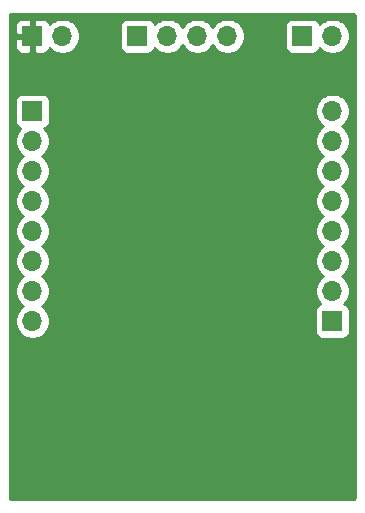
<source format=gbr>
%TF.GenerationSoftware,KiCad,Pcbnew,(5.1.6)-1*%
%TF.CreationDate,2021-04-07T17:56:13+02:00*%
%TF.ProjectId,port_expander,706f7274-5f65-4787-9061-6e6465722e6b,rev?*%
%TF.SameCoordinates,Original*%
%TF.FileFunction,Copper,L2,Bot*%
%TF.FilePolarity,Positive*%
%FSLAX46Y46*%
G04 Gerber Fmt 4.6, Leading zero omitted, Abs format (unit mm)*
G04 Created by KiCad (PCBNEW (5.1.6)-1) date 2021-04-07 17:56:13*
%MOMM*%
%LPD*%
G01*
G04 APERTURE LIST*
%TA.AperFunction,ComponentPad*%
%ADD10R,1.700000X1.700000*%
%TD*%
%TA.AperFunction,ComponentPad*%
%ADD11O,1.700000X1.700000*%
%TD*%
%TA.AperFunction,ViaPad*%
%ADD12C,0.800000*%
%TD*%
%TA.AperFunction,Conductor*%
%ADD13C,0.635000*%
%TD*%
%TA.AperFunction,Conductor*%
%ADD14C,0.254000*%
%TD*%
G04 APERTURE END LIST*
D10*
%TO.P,J1,1*%
%TO.N,gpa0*%
X139700000Y-72390000D03*
D11*
%TO.P,J1,2*%
%TO.N,gpa1*%
X139700000Y-69850000D03*
%TO.P,J1,3*%
%TO.N,gpa2*%
X139700000Y-67310000D03*
%TO.P,J1,4*%
%TO.N,gpa3*%
X139700000Y-64770000D03*
%TO.P,J1,5*%
%TO.N,gpa4*%
X139700000Y-62230000D03*
%TO.P,J1,6*%
%TO.N,gpa5*%
X139700000Y-59690000D03*
%TO.P,J1,7*%
%TO.N,gpa6*%
X139700000Y-57150000D03*
%TO.P,J1,8*%
%TO.N,gpa7*%
X139700000Y-54610000D03*
%TD*%
%TO.P,J2,8*%
%TO.N,gpb7*%
X114300000Y-72390000D03*
%TO.P,J2,7*%
%TO.N,gpb6*%
X114300000Y-69850000D03*
%TO.P,J2,6*%
%TO.N,gpb5*%
X114300000Y-67310000D03*
%TO.P,J2,5*%
%TO.N,gpb4*%
X114300000Y-64770000D03*
%TO.P,J2,4*%
%TO.N,gpb3*%
X114300000Y-62230000D03*
%TO.P,J2,3*%
%TO.N,gpb2*%
X114300000Y-59690000D03*
%TO.P,J2,2*%
%TO.N,gpb1*%
X114300000Y-57150000D03*
D10*
%TO.P,J2,1*%
%TO.N,gpb0*%
X114300000Y-54610000D03*
%TD*%
%TO.P,J3,1*%
%TO.N,intb*%
X137160000Y-48260000D03*
D11*
%TO.P,J3,2*%
%TO.N,inta*%
X139700000Y-48260000D03*
%TD*%
D10*
%TO.P,J4,1*%
%TO.N,~cs*%
X123190000Y-48260000D03*
D11*
%TO.P,J4,2*%
%TO.N,sck*%
X125730000Y-48260000D03*
%TO.P,J4,3*%
%TO.N,mosi*%
X128270000Y-48260000D03*
%TO.P,J4,4*%
%TO.N,miso*%
X130810000Y-48260000D03*
%TD*%
D10*
%TO.P,J5,1*%
%TO.N,+5V*%
X114300000Y-48260000D03*
D11*
%TO.P,J5,2*%
%TO.N,GND*%
X116840000Y-48260000D03*
%TD*%
D12*
%TO.N,+5V*%
X120650000Y-65786000D03*
X125095000Y-78105000D03*
X132080000Y-82169000D03*
X117602000Y-51308000D03*
%TD*%
D13*
%TO.N,+5V*%
X120650000Y-65786000D02*
X120650000Y-66421000D01*
X125095000Y-78105000D02*
X124206000Y-78105000D01*
X132080000Y-82169000D02*
X132080000Y-81280000D01*
X117602000Y-51308000D02*
X117094000Y-51308000D01*
X117094000Y-51308000D02*
X116586000Y-50800000D01*
%TD*%
D14*
%TO.N,+5V*%
G36*
X141497197Y-46385047D02*
G01*
X141515662Y-46390622D01*
X141532694Y-46399678D01*
X141547643Y-46411870D01*
X141559938Y-46426732D01*
X141569111Y-46443696D01*
X141574817Y-46462129D01*
X141580000Y-46511446D01*
X141580001Y-87343712D01*
X141574953Y-87395195D01*
X141569377Y-87413663D01*
X141560322Y-87430693D01*
X141548129Y-87445643D01*
X141533266Y-87457939D01*
X141516303Y-87467111D01*
X141497871Y-87472817D01*
X141448554Y-87478000D01*
X112554277Y-87478000D01*
X112502805Y-87472953D01*
X112484337Y-87467377D01*
X112467307Y-87458322D01*
X112452357Y-87446129D01*
X112440061Y-87431266D01*
X112430889Y-87414303D01*
X112425183Y-87395871D01*
X112420000Y-87346554D01*
X112420000Y-53760000D01*
X112811928Y-53760000D01*
X112811928Y-55460000D01*
X112824188Y-55584482D01*
X112860498Y-55704180D01*
X112919463Y-55814494D01*
X112998815Y-55911185D01*
X113095506Y-55990537D01*
X113205820Y-56049502D01*
X113278380Y-56071513D01*
X113146525Y-56203368D01*
X112984010Y-56446589D01*
X112872068Y-56716842D01*
X112815000Y-57003740D01*
X112815000Y-57296260D01*
X112872068Y-57583158D01*
X112984010Y-57853411D01*
X113146525Y-58096632D01*
X113353368Y-58303475D01*
X113527760Y-58420000D01*
X113353368Y-58536525D01*
X113146525Y-58743368D01*
X112984010Y-58986589D01*
X112872068Y-59256842D01*
X112815000Y-59543740D01*
X112815000Y-59836260D01*
X112872068Y-60123158D01*
X112984010Y-60393411D01*
X113146525Y-60636632D01*
X113353368Y-60843475D01*
X113527760Y-60960000D01*
X113353368Y-61076525D01*
X113146525Y-61283368D01*
X112984010Y-61526589D01*
X112872068Y-61796842D01*
X112815000Y-62083740D01*
X112815000Y-62376260D01*
X112872068Y-62663158D01*
X112984010Y-62933411D01*
X113146525Y-63176632D01*
X113353368Y-63383475D01*
X113527760Y-63500000D01*
X113353368Y-63616525D01*
X113146525Y-63823368D01*
X112984010Y-64066589D01*
X112872068Y-64336842D01*
X112815000Y-64623740D01*
X112815000Y-64916260D01*
X112872068Y-65203158D01*
X112984010Y-65473411D01*
X113146525Y-65716632D01*
X113353368Y-65923475D01*
X113527760Y-66040000D01*
X113353368Y-66156525D01*
X113146525Y-66363368D01*
X112984010Y-66606589D01*
X112872068Y-66876842D01*
X112815000Y-67163740D01*
X112815000Y-67456260D01*
X112872068Y-67743158D01*
X112984010Y-68013411D01*
X113146525Y-68256632D01*
X113353368Y-68463475D01*
X113527760Y-68580000D01*
X113353368Y-68696525D01*
X113146525Y-68903368D01*
X112984010Y-69146589D01*
X112872068Y-69416842D01*
X112815000Y-69703740D01*
X112815000Y-69996260D01*
X112872068Y-70283158D01*
X112984010Y-70553411D01*
X113146525Y-70796632D01*
X113353368Y-71003475D01*
X113527760Y-71120000D01*
X113353368Y-71236525D01*
X113146525Y-71443368D01*
X112984010Y-71686589D01*
X112872068Y-71956842D01*
X112815000Y-72243740D01*
X112815000Y-72536260D01*
X112872068Y-72823158D01*
X112984010Y-73093411D01*
X113146525Y-73336632D01*
X113353368Y-73543475D01*
X113596589Y-73705990D01*
X113866842Y-73817932D01*
X114153740Y-73875000D01*
X114446260Y-73875000D01*
X114733158Y-73817932D01*
X115003411Y-73705990D01*
X115246632Y-73543475D01*
X115453475Y-73336632D01*
X115615990Y-73093411D01*
X115727932Y-72823158D01*
X115785000Y-72536260D01*
X115785000Y-72243740D01*
X115727932Y-71956842D01*
X115615990Y-71686589D01*
X115518043Y-71540000D01*
X138211928Y-71540000D01*
X138211928Y-73240000D01*
X138224188Y-73364482D01*
X138260498Y-73484180D01*
X138319463Y-73594494D01*
X138398815Y-73691185D01*
X138495506Y-73770537D01*
X138605820Y-73829502D01*
X138725518Y-73865812D01*
X138850000Y-73878072D01*
X140550000Y-73878072D01*
X140674482Y-73865812D01*
X140794180Y-73829502D01*
X140904494Y-73770537D01*
X141001185Y-73691185D01*
X141080537Y-73594494D01*
X141139502Y-73484180D01*
X141175812Y-73364482D01*
X141188072Y-73240000D01*
X141188072Y-71540000D01*
X141175812Y-71415518D01*
X141139502Y-71295820D01*
X141080537Y-71185506D01*
X141001185Y-71088815D01*
X140904494Y-71009463D01*
X140794180Y-70950498D01*
X140721620Y-70928487D01*
X140853475Y-70796632D01*
X141015990Y-70553411D01*
X141127932Y-70283158D01*
X141185000Y-69996260D01*
X141185000Y-69703740D01*
X141127932Y-69416842D01*
X141015990Y-69146589D01*
X140853475Y-68903368D01*
X140646632Y-68696525D01*
X140472240Y-68580000D01*
X140646632Y-68463475D01*
X140853475Y-68256632D01*
X141015990Y-68013411D01*
X141127932Y-67743158D01*
X141185000Y-67456260D01*
X141185000Y-67163740D01*
X141127932Y-66876842D01*
X141015990Y-66606589D01*
X140853475Y-66363368D01*
X140646632Y-66156525D01*
X140472240Y-66040000D01*
X140646632Y-65923475D01*
X140853475Y-65716632D01*
X141015990Y-65473411D01*
X141127932Y-65203158D01*
X141185000Y-64916260D01*
X141185000Y-64623740D01*
X141127932Y-64336842D01*
X141015990Y-64066589D01*
X140853475Y-63823368D01*
X140646632Y-63616525D01*
X140472240Y-63500000D01*
X140646632Y-63383475D01*
X140853475Y-63176632D01*
X141015990Y-62933411D01*
X141127932Y-62663158D01*
X141185000Y-62376260D01*
X141185000Y-62083740D01*
X141127932Y-61796842D01*
X141015990Y-61526589D01*
X140853475Y-61283368D01*
X140646632Y-61076525D01*
X140472240Y-60960000D01*
X140646632Y-60843475D01*
X140853475Y-60636632D01*
X141015990Y-60393411D01*
X141127932Y-60123158D01*
X141185000Y-59836260D01*
X141185000Y-59543740D01*
X141127932Y-59256842D01*
X141015990Y-58986589D01*
X140853475Y-58743368D01*
X140646632Y-58536525D01*
X140472240Y-58420000D01*
X140646632Y-58303475D01*
X140853475Y-58096632D01*
X141015990Y-57853411D01*
X141127932Y-57583158D01*
X141185000Y-57296260D01*
X141185000Y-57003740D01*
X141127932Y-56716842D01*
X141015990Y-56446589D01*
X140853475Y-56203368D01*
X140646632Y-55996525D01*
X140472240Y-55880000D01*
X140646632Y-55763475D01*
X140853475Y-55556632D01*
X141015990Y-55313411D01*
X141127932Y-55043158D01*
X141185000Y-54756260D01*
X141185000Y-54463740D01*
X141127932Y-54176842D01*
X141015990Y-53906589D01*
X140853475Y-53663368D01*
X140646632Y-53456525D01*
X140403411Y-53294010D01*
X140133158Y-53182068D01*
X139846260Y-53125000D01*
X139553740Y-53125000D01*
X139266842Y-53182068D01*
X138996589Y-53294010D01*
X138753368Y-53456525D01*
X138546525Y-53663368D01*
X138384010Y-53906589D01*
X138272068Y-54176842D01*
X138215000Y-54463740D01*
X138215000Y-54756260D01*
X138272068Y-55043158D01*
X138384010Y-55313411D01*
X138546525Y-55556632D01*
X138753368Y-55763475D01*
X138927760Y-55880000D01*
X138753368Y-55996525D01*
X138546525Y-56203368D01*
X138384010Y-56446589D01*
X138272068Y-56716842D01*
X138215000Y-57003740D01*
X138215000Y-57296260D01*
X138272068Y-57583158D01*
X138384010Y-57853411D01*
X138546525Y-58096632D01*
X138753368Y-58303475D01*
X138927760Y-58420000D01*
X138753368Y-58536525D01*
X138546525Y-58743368D01*
X138384010Y-58986589D01*
X138272068Y-59256842D01*
X138215000Y-59543740D01*
X138215000Y-59836260D01*
X138272068Y-60123158D01*
X138384010Y-60393411D01*
X138546525Y-60636632D01*
X138753368Y-60843475D01*
X138927760Y-60960000D01*
X138753368Y-61076525D01*
X138546525Y-61283368D01*
X138384010Y-61526589D01*
X138272068Y-61796842D01*
X138215000Y-62083740D01*
X138215000Y-62376260D01*
X138272068Y-62663158D01*
X138384010Y-62933411D01*
X138546525Y-63176632D01*
X138753368Y-63383475D01*
X138927760Y-63500000D01*
X138753368Y-63616525D01*
X138546525Y-63823368D01*
X138384010Y-64066589D01*
X138272068Y-64336842D01*
X138215000Y-64623740D01*
X138215000Y-64916260D01*
X138272068Y-65203158D01*
X138384010Y-65473411D01*
X138546525Y-65716632D01*
X138753368Y-65923475D01*
X138927760Y-66040000D01*
X138753368Y-66156525D01*
X138546525Y-66363368D01*
X138384010Y-66606589D01*
X138272068Y-66876842D01*
X138215000Y-67163740D01*
X138215000Y-67456260D01*
X138272068Y-67743158D01*
X138384010Y-68013411D01*
X138546525Y-68256632D01*
X138753368Y-68463475D01*
X138927760Y-68580000D01*
X138753368Y-68696525D01*
X138546525Y-68903368D01*
X138384010Y-69146589D01*
X138272068Y-69416842D01*
X138215000Y-69703740D01*
X138215000Y-69996260D01*
X138272068Y-70283158D01*
X138384010Y-70553411D01*
X138546525Y-70796632D01*
X138678380Y-70928487D01*
X138605820Y-70950498D01*
X138495506Y-71009463D01*
X138398815Y-71088815D01*
X138319463Y-71185506D01*
X138260498Y-71295820D01*
X138224188Y-71415518D01*
X138211928Y-71540000D01*
X115518043Y-71540000D01*
X115453475Y-71443368D01*
X115246632Y-71236525D01*
X115072240Y-71120000D01*
X115246632Y-71003475D01*
X115453475Y-70796632D01*
X115615990Y-70553411D01*
X115727932Y-70283158D01*
X115785000Y-69996260D01*
X115785000Y-69703740D01*
X115727932Y-69416842D01*
X115615990Y-69146589D01*
X115453475Y-68903368D01*
X115246632Y-68696525D01*
X115072240Y-68580000D01*
X115246632Y-68463475D01*
X115453475Y-68256632D01*
X115615990Y-68013411D01*
X115727932Y-67743158D01*
X115785000Y-67456260D01*
X115785000Y-67163740D01*
X115727932Y-66876842D01*
X115615990Y-66606589D01*
X115453475Y-66363368D01*
X115246632Y-66156525D01*
X115072240Y-66040000D01*
X115246632Y-65923475D01*
X115453475Y-65716632D01*
X115615990Y-65473411D01*
X115727932Y-65203158D01*
X115785000Y-64916260D01*
X115785000Y-64623740D01*
X115727932Y-64336842D01*
X115615990Y-64066589D01*
X115453475Y-63823368D01*
X115246632Y-63616525D01*
X115072240Y-63500000D01*
X115246632Y-63383475D01*
X115453475Y-63176632D01*
X115615990Y-62933411D01*
X115727932Y-62663158D01*
X115785000Y-62376260D01*
X115785000Y-62083740D01*
X115727932Y-61796842D01*
X115615990Y-61526589D01*
X115453475Y-61283368D01*
X115246632Y-61076525D01*
X115072240Y-60960000D01*
X115246632Y-60843475D01*
X115453475Y-60636632D01*
X115615990Y-60393411D01*
X115727932Y-60123158D01*
X115785000Y-59836260D01*
X115785000Y-59543740D01*
X115727932Y-59256842D01*
X115615990Y-58986589D01*
X115453475Y-58743368D01*
X115246632Y-58536525D01*
X115072240Y-58420000D01*
X115246632Y-58303475D01*
X115453475Y-58096632D01*
X115615990Y-57853411D01*
X115727932Y-57583158D01*
X115785000Y-57296260D01*
X115785000Y-57003740D01*
X115727932Y-56716842D01*
X115615990Y-56446589D01*
X115453475Y-56203368D01*
X115321620Y-56071513D01*
X115394180Y-56049502D01*
X115504494Y-55990537D01*
X115601185Y-55911185D01*
X115680537Y-55814494D01*
X115739502Y-55704180D01*
X115775812Y-55584482D01*
X115788072Y-55460000D01*
X115788072Y-53760000D01*
X115775812Y-53635518D01*
X115739502Y-53515820D01*
X115680537Y-53405506D01*
X115601185Y-53308815D01*
X115504494Y-53229463D01*
X115394180Y-53170498D01*
X115274482Y-53134188D01*
X115150000Y-53121928D01*
X113450000Y-53121928D01*
X113325518Y-53134188D01*
X113205820Y-53170498D01*
X113095506Y-53229463D01*
X112998815Y-53308815D01*
X112919463Y-53405506D01*
X112860498Y-53515820D01*
X112824188Y-53635518D01*
X112811928Y-53760000D01*
X112420000Y-53760000D01*
X112420000Y-49110000D01*
X112811928Y-49110000D01*
X112824188Y-49234482D01*
X112860498Y-49354180D01*
X112919463Y-49464494D01*
X112998815Y-49561185D01*
X113095506Y-49640537D01*
X113205820Y-49699502D01*
X113325518Y-49735812D01*
X113450000Y-49748072D01*
X114014250Y-49745000D01*
X114173000Y-49586250D01*
X114173000Y-48387000D01*
X112973750Y-48387000D01*
X112815000Y-48545750D01*
X112811928Y-49110000D01*
X112420000Y-49110000D01*
X112420000Y-47410000D01*
X112811928Y-47410000D01*
X112815000Y-47974250D01*
X112973750Y-48133000D01*
X114173000Y-48133000D01*
X114173000Y-46933750D01*
X114427000Y-46933750D01*
X114427000Y-48133000D01*
X114447000Y-48133000D01*
X114447000Y-48387000D01*
X114427000Y-48387000D01*
X114427000Y-49586250D01*
X114585750Y-49745000D01*
X115150000Y-49748072D01*
X115274482Y-49735812D01*
X115394180Y-49699502D01*
X115504494Y-49640537D01*
X115601185Y-49561185D01*
X115680537Y-49464494D01*
X115739502Y-49354180D01*
X115761513Y-49281620D01*
X115893368Y-49413475D01*
X116136589Y-49575990D01*
X116406842Y-49687932D01*
X116693740Y-49745000D01*
X116986260Y-49745000D01*
X117273158Y-49687932D01*
X117543411Y-49575990D01*
X117786632Y-49413475D01*
X117993475Y-49206632D01*
X118155990Y-48963411D01*
X118267932Y-48693158D01*
X118325000Y-48406260D01*
X118325000Y-48113740D01*
X118267932Y-47826842D01*
X118155990Y-47556589D01*
X118058043Y-47410000D01*
X121701928Y-47410000D01*
X121701928Y-49110000D01*
X121714188Y-49234482D01*
X121750498Y-49354180D01*
X121809463Y-49464494D01*
X121888815Y-49561185D01*
X121985506Y-49640537D01*
X122095820Y-49699502D01*
X122215518Y-49735812D01*
X122340000Y-49748072D01*
X124040000Y-49748072D01*
X124164482Y-49735812D01*
X124284180Y-49699502D01*
X124394494Y-49640537D01*
X124491185Y-49561185D01*
X124570537Y-49464494D01*
X124629502Y-49354180D01*
X124651513Y-49281620D01*
X124783368Y-49413475D01*
X125026589Y-49575990D01*
X125296842Y-49687932D01*
X125583740Y-49745000D01*
X125876260Y-49745000D01*
X126163158Y-49687932D01*
X126433411Y-49575990D01*
X126676632Y-49413475D01*
X126883475Y-49206632D01*
X127000000Y-49032240D01*
X127116525Y-49206632D01*
X127323368Y-49413475D01*
X127566589Y-49575990D01*
X127836842Y-49687932D01*
X128123740Y-49745000D01*
X128416260Y-49745000D01*
X128703158Y-49687932D01*
X128973411Y-49575990D01*
X129216632Y-49413475D01*
X129423475Y-49206632D01*
X129540000Y-49032240D01*
X129656525Y-49206632D01*
X129863368Y-49413475D01*
X130106589Y-49575990D01*
X130376842Y-49687932D01*
X130663740Y-49745000D01*
X130956260Y-49745000D01*
X131243158Y-49687932D01*
X131513411Y-49575990D01*
X131756632Y-49413475D01*
X131963475Y-49206632D01*
X132125990Y-48963411D01*
X132237932Y-48693158D01*
X132295000Y-48406260D01*
X132295000Y-48113740D01*
X132237932Y-47826842D01*
X132125990Y-47556589D01*
X132028043Y-47410000D01*
X135671928Y-47410000D01*
X135671928Y-49110000D01*
X135684188Y-49234482D01*
X135720498Y-49354180D01*
X135779463Y-49464494D01*
X135858815Y-49561185D01*
X135955506Y-49640537D01*
X136065820Y-49699502D01*
X136185518Y-49735812D01*
X136310000Y-49748072D01*
X138010000Y-49748072D01*
X138134482Y-49735812D01*
X138254180Y-49699502D01*
X138364494Y-49640537D01*
X138461185Y-49561185D01*
X138540537Y-49464494D01*
X138599502Y-49354180D01*
X138621513Y-49281620D01*
X138753368Y-49413475D01*
X138996589Y-49575990D01*
X139266842Y-49687932D01*
X139553740Y-49745000D01*
X139846260Y-49745000D01*
X140133158Y-49687932D01*
X140403411Y-49575990D01*
X140646632Y-49413475D01*
X140853475Y-49206632D01*
X141015990Y-48963411D01*
X141127932Y-48693158D01*
X141185000Y-48406260D01*
X141185000Y-48113740D01*
X141127932Y-47826842D01*
X141015990Y-47556589D01*
X140853475Y-47313368D01*
X140646632Y-47106525D01*
X140403411Y-46944010D01*
X140133158Y-46832068D01*
X139846260Y-46775000D01*
X139553740Y-46775000D01*
X139266842Y-46832068D01*
X138996589Y-46944010D01*
X138753368Y-47106525D01*
X138621513Y-47238380D01*
X138599502Y-47165820D01*
X138540537Y-47055506D01*
X138461185Y-46958815D01*
X138364494Y-46879463D01*
X138254180Y-46820498D01*
X138134482Y-46784188D01*
X138010000Y-46771928D01*
X136310000Y-46771928D01*
X136185518Y-46784188D01*
X136065820Y-46820498D01*
X135955506Y-46879463D01*
X135858815Y-46958815D01*
X135779463Y-47055506D01*
X135720498Y-47165820D01*
X135684188Y-47285518D01*
X135671928Y-47410000D01*
X132028043Y-47410000D01*
X131963475Y-47313368D01*
X131756632Y-47106525D01*
X131513411Y-46944010D01*
X131243158Y-46832068D01*
X130956260Y-46775000D01*
X130663740Y-46775000D01*
X130376842Y-46832068D01*
X130106589Y-46944010D01*
X129863368Y-47106525D01*
X129656525Y-47313368D01*
X129540000Y-47487760D01*
X129423475Y-47313368D01*
X129216632Y-47106525D01*
X128973411Y-46944010D01*
X128703158Y-46832068D01*
X128416260Y-46775000D01*
X128123740Y-46775000D01*
X127836842Y-46832068D01*
X127566589Y-46944010D01*
X127323368Y-47106525D01*
X127116525Y-47313368D01*
X127000000Y-47487760D01*
X126883475Y-47313368D01*
X126676632Y-47106525D01*
X126433411Y-46944010D01*
X126163158Y-46832068D01*
X125876260Y-46775000D01*
X125583740Y-46775000D01*
X125296842Y-46832068D01*
X125026589Y-46944010D01*
X124783368Y-47106525D01*
X124651513Y-47238380D01*
X124629502Y-47165820D01*
X124570537Y-47055506D01*
X124491185Y-46958815D01*
X124394494Y-46879463D01*
X124284180Y-46820498D01*
X124164482Y-46784188D01*
X124040000Y-46771928D01*
X122340000Y-46771928D01*
X122215518Y-46784188D01*
X122095820Y-46820498D01*
X121985506Y-46879463D01*
X121888815Y-46958815D01*
X121809463Y-47055506D01*
X121750498Y-47165820D01*
X121714188Y-47285518D01*
X121701928Y-47410000D01*
X118058043Y-47410000D01*
X117993475Y-47313368D01*
X117786632Y-47106525D01*
X117543411Y-46944010D01*
X117273158Y-46832068D01*
X116986260Y-46775000D01*
X116693740Y-46775000D01*
X116406842Y-46832068D01*
X116136589Y-46944010D01*
X115893368Y-47106525D01*
X115761513Y-47238380D01*
X115739502Y-47165820D01*
X115680537Y-47055506D01*
X115601185Y-46958815D01*
X115504494Y-46879463D01*
X115394180Y-46820498D01*
X115274482Y-46784188D01*
X115150000Y-46771928D01*
X114585750Y-46775000D01*
X114427000Y-46933750D01*
X114173000Y-46933750D01*
X114014250Y-46775000D01*
X113450000Y-46771928D01*
X113325518Y-46784188D01*
X113205820Y-46820498D01*
X113095506Y-46879463D01*
X112998815Y-46958815D01*
X112919463Y-47055506D01*
X112860498Y-47165820D01*
X112824188Y-47285518D01*
X112811928Y-47410000D01*
X112420000Y-47410000D01*
X112420000Y-46514277D01*
X112425047Y-46462803D01*
X112430622Y-46444338D01*
X112439678Y-46427306D01*
X112451870Y-46412357D01*
X112466732Y-46400062D01*
X112483696Y-46390889D01*
X112502129Y-46385183D01*
X112551446Y-46380000D01*
X141445723Y-46380000D01*
X141497197Y-46385047D01*
G37*
X141497197Y-46385047D02*
X141515662Y-46390622D01*
X141532694Y-46399678D01*
X141547643Y-46411870D01*
X141559938Y-46426732D01*
X141569111Y-46443696D01*
X141574817Y-46462129D01*
X141580000Y-46511446D01*
X141580001Y-87343712D01*
X141574953Y-87395195D01*
X141569377Y-87413663D01*
X141560322Y-87430693D01*
X141548129Y-87445643D01*
X141533266Y-87457939D01*
X141516303Y-87467111D01*
X141497871Y-87472817D01*
X141448554Y-87478000D01*
X112554277Y-87478000D01*
X112502805Y-87472953D01*
X112484337Y-87467377D01*
X112467307Y-87458322D01*
X112452357Y-87446129D01*
X112440061Y-87431266D01*
X112430889Y-87414303D01*
X112425183Y-87395871D01*
X112420000Y-87346554D01*
X112420000Y-53760000D01*
X112811928Y-53760000D01*
X112811928Y-55460000D01*
X112824188Y-55584482D01*
X112860498Y-55704180D01*
X112919463Y-55814494D01*
X112998815Y-55911185D01*
X113095506Y-55990537D01*
X113205820Y-56049502D01*
X113278380Y-56071513D01*
X113146525Y-56203368D01*
X112984010Y-56446589D01*
X112872068Y-56716842D01*
X112815000Y-57003740D01*
X112815000Y-57296260D01*
X112872068Y-57583158D01*
X112984010Y-57853411D01*
X113146525Y-58096632D01*
X113353368Y-58303475D01*
X113527760Y-58420000D01*
X113353368Y-58536525D01*
X113146525Y-58743368D01*
X112984010Y-58986589D01*
X112872068Y-59256842D01*
X112815000Y-59543740D01*
X112815000Y-59836260D01*
X112872068Y-60123158D01*
X112984010Y-60393411D01*
X113146525Y-60636632D01*
X113353368Y-60843475D01*
X113527760Y-60960000D01*
X113353368Y-61076525D01*
X113146525Y-61283368D01*
X112984010Y-61526589D01*
X112872068Y-61796842D01*
X112815000Y-62083740D01*
X112815000Y-62376260D01*
X112872068Y-62663158D01*
X112984010Y-62933411D01*
X113146525Y-63176632D01*
X113353368Y-63383475D01*
X113527760Y-63500000D01*
X113353368Y-63616525D01*
X113146525Y-63823368D01*
X112984010Y-64066589D01*
X112872068Y-64336842D01*
X112815000Y-64623740D01*
X112815000Y-64916260D01*
X112872068Y-65203158D01*
X112984010Y-65473411D01*
X113146525Y-65716632D01*
X113353368Y-65923475D01*
X113527760Y-66040000D01*
X113353368Y-66156525D01*
X113146525Y-66363368D01*
X112984010Y-66606589D01*
X112872068Y-66876842D01*
X112815000Y-67163740D01*
X112815000Y-67456260D01*
X112872068Y-67743158D01*
X112984010Y-68013411D01*
X113146525Y-68256632D01*
X113353368Y-68463475D01*
X113527760Y-68580000D01*
X113353368Y-68696525D01*
X113146525Y-68903368D01*
X112984010Y-69146589D01*
X112872068Y-69416842D01*
X112815000Y-69703740D01*
X112815000Y-69996260D01*
X112872068Y-70283158D01*
X112984010Y-70553411D01*
X113146525Y-70796632D01*
X113353368Y-71003475D01*
X113527760Y-71120000D01*
X113353368Y-71236525D01*
X113146525Y-71443368D01*
X112984010Y-71686589D01*
X112872068Y-71956842D01*
X112815000Y-72243740D01*
X112815000Y-72536260D01*
X112872068Y-72823158D01*
X112984010Y-73093411D01*
X113146525Y-73336632D01*
X113353368Y-73543475D01*
X113596589Y-73705990D01*
X113866842Y-73817932D01*
X114153740Y-73875000D01*
X114446260Y-73875000D01*
X114733158Y-73817932D01*
X115003411Y-73705990D01*
X115246632Y-73543475D01*
X115453475Y-73336632D01*
X115615990Y-73093411D01*
X115727932Y-72823158D01*
X115785000Y-72536260D01*
X115785000Y-72243740D01*
X115727932Y-71956842D01*
X115615990Y-71686589D01*
X115518043Y-71540000D01*
X138211928Y-71540000D01*
X138211928Y-73240000D01*
X138224188Y-73364482D01*
X138260498Y-73484180D01*
X138319463Y-73594494D01*
X138398815Y-73691185D01*
X138495506Y-73770537D01*
X138605820Y-73829502D01*
X138725518Y-73865812D01*
X138850000Y-73878072D01*
X140550000Y-73878072D01*
X140674482Y-73865812D01*
X140794180Y-73829502D01*
X140904494Y-73770537D01*
X141001185Y-73691185D01*
X141080537Y-73594494D01*
X141139502Y-73484180D01*
X141175812Y-73364482D01*
X141188072Y-73240000D01*
X141188072Y-71540000D01*
X141175812Y-71415518D01*
X141139502Y-71295820D01*
X141080537Y-71185506D01*
X141001185Y-71088815D01*
X140904494Y-71009463D01*
X140794180Y-70950498D01*
X140721620Y-70928487D01*
X140853475Y-70796632D01*
X141015990Y-70553411D01*
X141127932Y-70283158D01*
X141185000Y-69996260D01*
X141185000Y-69703740D01*
X141127932Y-69416842D01*
X141015990Y-69146589D01*
X140853475Y-68903368D01*
X140646632Y-68696525D01*
X140472240Y-68580000D01*
X140646632Y-68463475D01*
X140853475Y-68256632D01*
X141015990Y-68013411D01*
X141127932Y-67743158D01*
X141185000Y-67456260D01*
X141185000Y-67163740D01*
X141127932Y-66876842D01*
X141015990Y-66606589D01*
X140853475Y-66363368D01*
X140646632Y-66156525D01*
X140472240Y-66040000D01*
X140646632Y-65923475D01*
X140853475Y-65716632D01*
X141015990Y-65473411D01*
X141127932Y-65203158D01*
X141185000Y-64916260D01*
X141185000Y-64623740D01*
X141127932Y-64336842D01*
X141015990Y-64066589D01*
X140853475Y-63823368D01*
X140646632Y-63616525D01*
X140472240Y-63500000D01*
X140646632Y-63383475D01*
X140853475Y-63176632D01*
X141015990Y-62933411D01*
X141127932Y-62663158D01*
X141185000Y-62376260D01*
X141185000Y-62083740D01*
X141127932Y-61796842D01*
X141015990Y-61526589D01*
X140853475Y-61283368D01*
X140646632Y-61076525D01*
X140472240Y-60960000D01*
X140646632Y-60843475D01*
X140853475Y-60636632D01*
X141015990Y-60393411D01*
X141127932Y-60123158D01*
X141185000Y-59836260D01*
X141185000Y-59543740D01*
X141127932Y-59256842D01*
X141015990Y-58986589D01*
X140853475Y-58743368D01*
X140646632Y-58536525D01*
X140472240Y-58420000D01*
X140646632Y-58303475D01*
X140853475Y-58096632D01*
X141015990Y-57853411D01*
X141127932Y-57583158D01*
X141185000Y-57296260D01*
X141185000Y-57003740D01*
X141127932Y-56716842D01*
X141015990Y-56446589D01*
X140853475Y-56203368D01*
X140646632Y-55996525D01*
X140472240Y-55880000D01*
X140646632Y-55763475D01*
X140853475Y-55556632D01*
X141015990Y-55313411D01*
X141127932Y-55043158D01*
X141185000Y-54756260D01*
X141185000Y-54463740D01*
X141127932Y-54176842D01*
X141015990Y-53906589D01*
X140853475Y-53663368D01*
X140646632Y-53456525D01*
X140403411Y-53294010D01*
X140133158Y-53182068D01*
X139846260Y-53125000D01*
X139553740Y-53125000D01*
X139266842Y-53182068D01*
X138996589Y-53294010D01*
X138753368Y-53456525D01*
X138546525Y-53663368D01*
X138384010Y-53906589D01*
X138272068Y-54176842D01*
X138215000Y-54463740D01*
X138215000Y-54756260D01*
X138272068Y-55043158D01*
X138384010Y-55313411D01*
X138546525Y-55556632D01*
X138753368Y-55763475D01*
X138927760Y-55880000D01*
X138753368Y-55996525D01*
X138546525Y-56203368D01*
X138384010Y-56446589D01*
X138272068Y-56716842D01*
X138215000Y-57003740D01*
X138215000Y-57296260D01*
X138272068Y-57583158D01*
X138384010Y-57853411D01*
X138546525Y-58096632D01*
X138753368Y-58303475D01*
X138927760Y-58420000D01*
X138753368Y-58536525D01*
X138546525Y-58743368D01*
X138384010Y-58986589D01*
X138272068Y-59256842D01*
X138215000Y-59543740D01*
X138215000Y-59836260D01*
X138272068Y-60123158D01*
X138384010Y-60393411D01*
X138546525Y-60636632D01*
X138753368Y-60843475D01*
X138927760Y-60960000D01*
X138753368Y-61076525D01*
X138546525Y-61283368D01*
X138384010Y-61526589D01*
X138272068Y-61796842D01*
X138215000Y-62083740D01*
X138215000Y-62376260D01*
X138272068Y-62663158D01*
X138384010Y-62933411D01*
X138546525Y-63176632D01*
X138753368Y-63383475D01*
X138927760Y-63500000D01*
X138753368Y-63616525D01*
X138546525Y-63823368D01*
X138384010Y-64066589D01*
X138272068Y-64336842D01*
X138215000Y-64623740D01*
X138215000Y-64916260D01*
X138272068Y-65203158D01*
X138384010Y-65473411D01*
X138546525Y-65716632D01*
X138753368Y-65923475D01*
X138927760Y-66040000D01*
X138753368Y-66156525D01*
X138546525Y-66363368D01*
X138384010Y-66606589D01*
X138272068Y-66876842D01*
X138215000Y-67163740D01*
X138215000Y-67456260D01*
X138272068Y-67743158D01*
X138384010Y-68013411D01*
X138546525Y-68256632D01*
X138753368Y-68463475D01*
X138927760Y-68580000D01*
X138753368Y-68696525D01*
X138546525Y-68903368D01*
X138384010Y-69146589D01*
X138272068Y-69416842D01*
X138215000Y-69703740D01*
X138215000Y-69996260D01*
X138272068Y-70283158D01*
X138384010Y-70553411D01*
X138546525Y-70796632D01*
X138678380Y-70928487D01*
X138605820Y-70950498D01*
X138495506Y-71009463D01*
X138398815Y-71088815D01*
X138319463Y-71185506D01*
X138260498Y-71295820D01*
X138224188Y-71415518D01*
X138211928Y-71540000D01*
X115518043Y-71540000D01*
X115453475Y-71443368D01*
X115246632Y-71236525D01*
X115072240Y-71120000D01*
X115246632Y-71003475D01*
X115453475Y-70796632D01*
X115615990Y-70553411D01*
X115727932Y-70283158D01*
X115785000Y-69996260D01*
X115785000Y-69703740D01*
X115727932Y-69416842D01*
X115615990Y-69146589D01*
X115453475Y-68903368D01*
X115246632Y-68696525D01*
X115072240Y-68580000D01*
X115246632Y-68463475D01*
X115453475Y-68256632D01*
X115615990Y-68013411D01*
X115727932Y-67743158D01*
X115785000Y-67456260D01*
X115785000Y-67163740D01*
X115727932Y-66876842D01*
X115615990Y-66606589D01*
X115453475Y-66363368D01*
X115246632Y-66156525D01*
X115072240Y-66040000D01*
X115246632Y-65923475D01*
X115453475Y-65716632D01*
X115615990Y-65473411D01*
X115727932Y-65203158D01*
X115785000Y-64916260D01*
X115785000Y-64623740D01*
X115727932Y-64336842D01*
X115615990Y-64066589D01*
X115453475Y-63823368D01*
X115246632Y-63616525D01*
X115072240Y-63500000D01*
X115246632Y-63383475D01*
X115453475Y-63176632D01*
X115615990Y-62933411D01*
X115727932Y-62663158D01*
X115785000Y-62376260D01*
X115785000Y-62083740D01*
X115727932Y-61796842D01*
X115615990Y-61526589D01*
X115453475Y-61283368D01*
X115246632Y-61076525D01*
X115072240Y-60960000D01*
X115246632Y-60843475D01*
X115453475Y-60636632D01*
X115615990Y-60393411D01*
X115727932Y-60123158D01*
X115785000Y-59836260D01*
X115785000Y-59543740D01*
X115727932Y-59256842D01*
X115615990Y-58986589D01*
X115453475Y-58743368D01*
X115246632Y-58536525D01*
X115072240Y-58420000D01*
X115246632Y-58303475D01*
X115453475Y-58096632D01*
X115615990Y-57853411D01*
X115727932Y-57583158D01*
X115785000Y-57296260D01*
X115785000Y-57003740D01*
X115727932Y-56716842D01*
X115615990Y-56446589D01*
X115453475Y-56203368D01*
X115321620Y-56071513D01*
X115394180Y-56049502D01*
X115504494Y-55990537D01*
X115601185Y-55911185D01*
X115680537Y-55814494D01*
X115739502Y-55704180D01*
X115775812Y-55584482D01*
X115788072Y-55460000D01*
X115788072Y-53760000D01*
X115775812Y-53635518D01*
X115739502Y-53515820D01*
X115680537Y-53405506D01*
X115601185Y-53308815D01*
X115504494Y-53229463D01*
X115394180Y-53170498D01*
X115274482Y-53134188D01*
X115150000Y-53121928D01*
X113450000Y-53121928D01*
X113325518Y-53134188D01*
X113205820Y-53170498D01*
X113095506Y-53229463D01*
X112998815Y-53308815D01*
X112919463Y-53405506D01*
X112860498Y-53515820D01*
X112824188Y-53635518D01*
X112811928Y-53760000D01*
X112420000Y-53760000D01*
X112420000Y-49110000D01*
X112811928Y-49110000D01*
X112824188Y-49234482D01*
X112860498Y-49354180D01*
X112919463Y-49464494D01*
X112998815Y-49561185D01*
X113095506Y-49640537D01*
X113205820Y-49699502D01*
X113325518Y-49735812D01*
X113450000Y-49748072D01*
X114014250Y-49745000D01*
X114173000Y-49586250D01*
X114173000Y-48387000D01*
X112973750Y-48387000D01*
X112815000Y-48545750D01*
X112811928Y-49110000D01*
X112420000Y-49110000D01*
X112420000Y-47410000D01*
X112811928Y-47410000D01*
X112815000Y-47974250D01*
X112973750Y-48133000D01*
X114173000Y-48133000D01*
X114173000Y-46933750D01*
X114427000Y-46933750D01*
X114427000Y-48133000D01*
X114447000Y-48133000D01*
X114447000Y-48387000D01*
X114427000Y-48387000D01*
X114427000Y-49586250D01*
X114585750Y-49745000D01*
X115150000Y-49748072D01*
X115274482Y-49735812D01*
X115394180Y-49699502D01*
X115504494Y-49640537D01*
X115601185Y-49561185D01*
X115680537Y-49464494D01*
X115739502Y-49354180D01*
X115761513Y-49281620D01*
X115893368Y-49413475D01*
X116136589Y-49575990D01*
X116406842Y-49687932D01*
X116693740Y-49745000D01*
X116986260Y-49745000D01*
X117273158Y-49687932D01*
X117543411Y-49575990D01*
X117786632Y-49413475D01*
X117993475Y-49206632D01*
X118155990Y-48963411D01*
X118267932Y-48693158D01*
X118325000Y-48406260D01*
X118325000Y-48113740D01*
X118267932Y-47826842D01*
X118155990Y-47556589D01*
X118058043Y-47410000D01*
X121701928Y-47410000D01*
X121701928Y-49110000D01*
X121714188Y-49234482D01*
X121750498Y-49354180D01*
X121809463Y-49464494D01*
X121888815Y-49561185D01*
X121985506Y-49640537D01*
X122095820Y-49699502D01*
X122215518Y-49735812D01*
X122340000Y-49748072D01*
X124040000Y-49748072D01*
X124164482Y-49735812D01*
X124284180Y-49699502D01*
X124394494Y-49640537D01*
X124491185Y-49561185D01*
X124570537Y-49464494D01*
X124629502Y-49354180D01*
X124651513Y-49281620D01*
X124783368Y-49413475D01*
X125026589Y-49575990D01*
X125296842Y-49687932D01*
X125583740Y-49745000D01*
X125876260Y-49745000D01*
X126163158Y-49687932D01*
X126433411Y-49575990D01*
X126676632Y-49413475D01*
X126883475Y-49206632D01*
X127000000Y-49032240D01*
X127116525Y-49206632D01*
X127323368Y-49413475D01*
X127566589Y-49575990D01*
X127836842Y-49687932D01*
X128123740Y-49745000D01*
X128416260Y-49745000D01*
X128703158Y-49687932D01*
X128973411Y-49575990D01*
X129216632Y-49413475D01*
X129423475Y-49206632D01*
X129540000Y-49032240D01*
X129656525Y-49206632D01*
X129863368Y-49413475D01*
X130106589Y-49575990D01*
X130376842Y-49687932D01*
X130663740Y-49745000D01*
X130956260Y-49745000D01*
X131243158Y-49687932D01*
X131513411Y-49575990D01*
X131756632Y-49413475D01*
X131963475Y-49206632D01*
X132125990Y-48963411D01*
X132237932Y-48693158D01*
X132295000Y-48406260D01*
X132295000Y-48113740D01*
X132237932Y-47826842D01*
X132125990Y-47556589D01*
X132028043Y-47410000D01*
X135671928Y-47410000D01*
X135671928Y-49110000D01*
X135684188Y-49234482D01*
X135720498Y-49354180D01*
X135779463Y-49464494D01*
X135858815Y-49561185D01*
X135955506Y-49640537D01*
X136065820Y-49699502D01*
X136185518Y-49735812D01*
X136310000Y-49748072D01*
X138010000Y-49748072D01*
X138134482Y-49735812D01*
X138254180Y-49699502D01*
X138364494Y-49640537D01*
X138461185Y-49561185D01*
X138540537Y-49464494D01*
X138599502Y-49354180D01*
X138621513Y-49281620D01*
X138753368Y-49413475D01*
X138996589Y-49575990D01*
X139266842Y-49687932D01*
X139553740Y-49745000D01*
X139846260Y-49745000D01*
X140133158Y-49687932D01*
X140403411Y-49575990D01*
X140646632Y-49413475D01*
X140853475Y-49206632D01*
X141015990Y-48963411D01*
X141127932Y-48693158D01*
X141185000Y-48406260D01*
X141185000Y-48113740D01*
X141127932Y-47826842D01*
X141015990Y-47556589D01*
X140853475Y-47313368D01*
X140646632Y-47106525D01*
X140403411Y-46944010D01*
X140133158Y-46832068D01*
X139846260Y-46775000D01*
X139553740Y-46775000D01*
X139266842Y-46832068D01*
X138996589Y-46944010D01*
X138753368Y-47106525D01*
X138621513Y-47238380D01*
X138599502Y-47165820D01*
X138540537Y-47055506D01*
X138461185Y-46958815D01*
X138364494Y-46879463D01*
X138254180Y-46820498D01*
X138134482Y-46784188D01*
X138010000Y-46771928D01*
X136310000Y-46771928D01*
X136185518Y-46784188D01*
X136065820Y-46820498D01*
X135955506Y-46879463D01*
X135858815Y-46958815D01*
X135779463Y-47055506D01*
X135720498Y-47165820D01*
X135684188Y-47285518D01*
X135671928Y-47410000D01*
X132028043Y-47410000D01*
X131963475Y-47313368D01*
X131756632Y-47106525D01*
X131513411Y-46944010D01*
X131243158Y-46832068D01*
X130956260Y-46775000D01*
X130663740Y-46775000D01*
X130376842Y-46832068D01*
X130106589Y-46944010D01*
X129863368Y-47106525D01*
X129656525Y-47313368D01*
X129540000Y-47487760D01*
X129423475Y-47313368D01*
X129216632Y-47106525D01*
X128973411Y-46944010D01*
X128703158Y-46832068D01*
X128416260Y-46775000D01*
X128123740Y-46775000D01*
X127836842Y-46832068D01*
X127566589Y-46944010D01*
X127323368Y-47106525D01*
X127116525Y-47313368D01*
X127000000Y-47487760D01*
X126883475Y-47313368D01*
X126676632Y-47106525D01*
X126433411Y-46944010D01*
X126163158Y-46832068D01*
X125876260Y-46775000D01*
X125583740Y-46775000D01*
X125296842Y-46832068D01*
X125026589Y-46944010D01*
X124783368Y-47106525D01*
X124651513Y-47238380D01*
X124629502Y-47165820D01*
X124570537Y-47055506D01*
X124491185Y-46958815D01*
X124394494Y-46879463D01*
X124284180Y-46820498D01*
X124164482Y-46784188D01*
X124040000Y-46771928D01*
X122340000Y-46771928D01*
X122215518Y-46784188D01*
X122095820Y-46820498D01*
X121985506Y-46879463D01*
X121888815Y-46958815D01*
X121809463Y-47055506D01*
X121750498Y-47165820D01*
X121714188Y-47285518D01*
X121701928Y-47410000D01*
X118058043Y-47410000D01*
X117993475Y-47313368D01*
X117786632Y-47106525D01*
X117543411Y-46944010D01*
X117273158Y-46832068D01*
X116986260Y-46775000D01*
X116693740Y-46775000D01*
X116406842Y-46832068D01*
X116136589Y-46944010D01*
X115893368Y-47106525D01*
X115761513Y-47238380D01*
X115739502Y-47165820D01*
X115680537Y-47055506D01*
X115601185Y-46958815D01*
X115504494Y-46879463D01*
X115394180Y-46820498D01*
X115274482Y-46784188D01*
X115150000Y-46771928D01*
X114585750Y-46775000D01*
X114427000Y-46933750D01*
X114173000Y-46933750D01*
X114014250Y-46775000D01*
X113450000Y-46771928D01*
X113325518Y-46784188D01*
X113205820Y-46820498D01*
X113095506Y-46879463D01*
X112998815Y-46958815D01*
X112919463Y-47055506D01*
X112860498Y-47165820D01*
X112824188Y-47285518D01*
X112811928Y-47410000D01*
X112420000Y-47410000D01*
X112420000Y-46514277D01*
X112425047Y-46462803D01*
X112430622Y-46444338D01*
X112439678Y-46427306D01*
X112451870Y-46412357D01*
X112466732Y-46400062D01*
X112483696Y-46390889D01*
X112502129Y-46385183D01*
X112551446Y-46380000D01*
X141445723Y-46380000D01*
X141497197Y-46385047D01*
%TD*%
M02*

</source>
